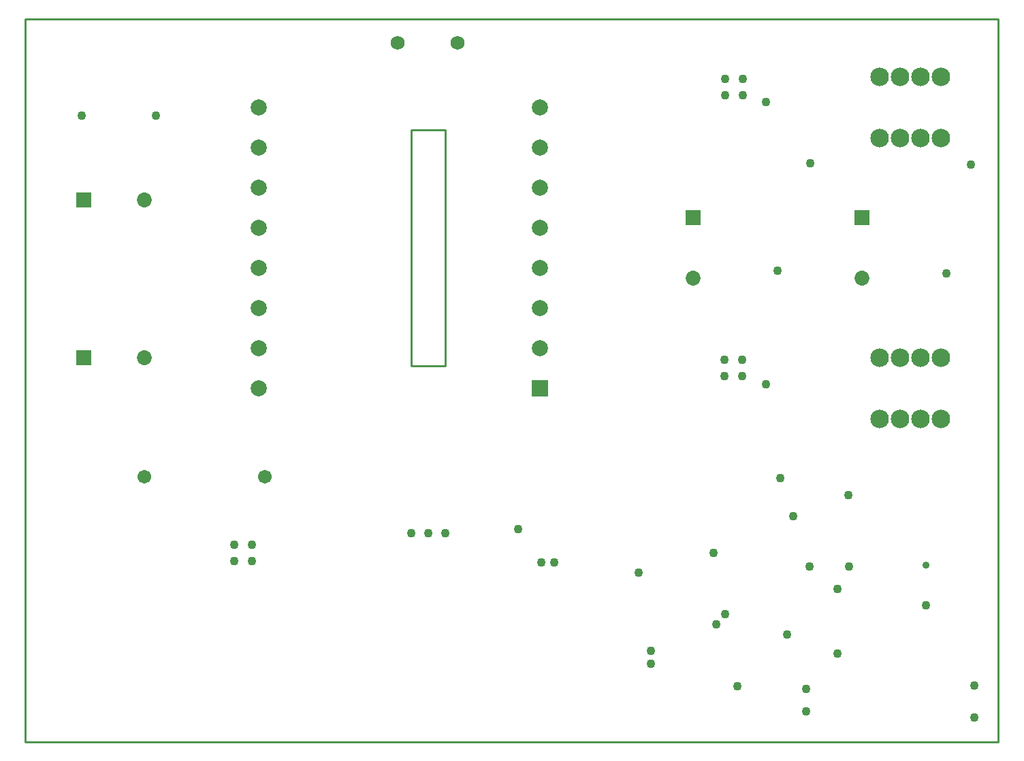
<source format=gbs>
G04*
G04 #@! TF.GenerationSoftware,Altium Limited,Altium Designer,18.1.7 (191)*
G04*
G04 Layer_Color=16711935*
%FSLAX44Y44*%
%MOMM*%
G71*
G01*
G75*
%ADD14C,0.2540*%
%ADD58C,1.8532*%
%ADD59R,1.8532X1.8532*%
%ADD60C,1.7272*%
%ADD61C,2.3032*%
%ADD62R,1.8532X1.8532*%
%ADD63R,2.0032X2.0032*%
%ADD64C,2.0032*%
%ADD65C,1.7032*%
%ADD66C,1.1032*%
%ADD67C,0.9032*%
D14*
X480000Y761900D02*
X521900D01*
X521900Y468100D02*
X521900Y761900D01*
X480000Y468100D02*
X521900D01*
X480000D02*
X480000Y761900D01*
X0Y0D02*
Y900000D01*
X1210000D01*
X1210000Y0D01*
X0D02*
X1210000D01*
D58*
X830000Y577500D02*
D03*
X147500Y478100D02*
D03*
X1040000Y577500D02*
D03*
X147500Y675000D02*
D03*
D59*
X830000Y652500D02*
D03*
X1040000D02*
D03*
D60*
X462500Y870000D02*
D03*
X537500D02*
D03*
D61*
X1138100Y751900D02*
D03*
X1112700D02*
D03*
X1087300D02*
D03*
X1061900D02*
D03*
X1138100Y828100D02*
D03*
X1112700D02*
D03*
X1087300D02*
D03*
X1061900D02*
D03*
X1138100Y401900D02*
D03*
X1112700D02*
D03*
X1087300D02*
D03*
X1061900D02*
D03*
X1138100Y478100D02*
D03*
X1112700D02*
D03*
X1087300D02*
D03*
X1061900D02*
D03*
D62*
X72500D02*
D03*
Y675000D02*
D03*
D63*
X640000Y440000D02*
D03*
D64*
Y490000D02*
D03*
Y540000D02*
D03*
Y590000D02*
D03*
Y640000D02*
D03*
Y690000D02*
D03*
Y740000D02*
D03*
Y790000D02*
D03*
X290000D02*
D03*
Y740000D02*
D03*
Y690000D02*
D03*
Y640000D02*
D03*
Y590000D02*
D03*
Y540000D02*
D03*
Y490000D02*
D03*
Y440000D02*
D03*
D65*
X298000Y330000D02*
D03*
X148000D02*
D03*
D66*
X971000Y38000D02*
D03*
X1120000Y170000D02*
D03*
X1176000Y719000D02*
D03*
X976000Y720000D02*
D03*
X778000Y97000D02*
D03*
Y113000D02*
D03*
X641500Y223000D02*
D03*
X1024500Y218000D02*
D03*
X975000D02*
D03*
X1180000Y30000D02*
D03*
Y70000D02*
D03*
X1010000Y110000D02*
D03*
Y190000D02*
D03*
X939000Y328250D02*
D03*
X971000Y66000D02*
D03*
X885500Y69000D02*
D03*
X657500Y223000D02*
D03*
X613000Y264600D02*
D03*
X763000Y210750D02*
D03*
X856000Y235000D02*
D03*
X921000Y445400D02*
D03*
Y796600D02*
D03*
X869400Y475400D02*
D03*
X891170D02*
D03*
Y455400D02*
D03*
X869400D02*
D03*
X870400Y825400D02*
D03*
X892170D02*
D03*
Y805400D02*
D03*
X870400D02*
D03*
X260000Y225000D02*
D03*
X281770D02*
D03*
Y245000D02*
D03*
X260000D02*
D03*
X521900Y260000D02*
D03*
X501000D02*
D03*
X480000D02*
D03*
X70000Y780000D02*
D03*
X162500D02*
D03*
X1145000Y582942D02*
D03*
X935000Y586925D02*
D03*
X870000Y159050D02*
D03*
X858740Y146350D02*
D03*
X955000Y281350D02*
D03*
X947000Y133650D02*
D03*
X1023500Y307000D02*
D03*
D67*
X1120000Y220250D02*
D03*
M02*

</source>
